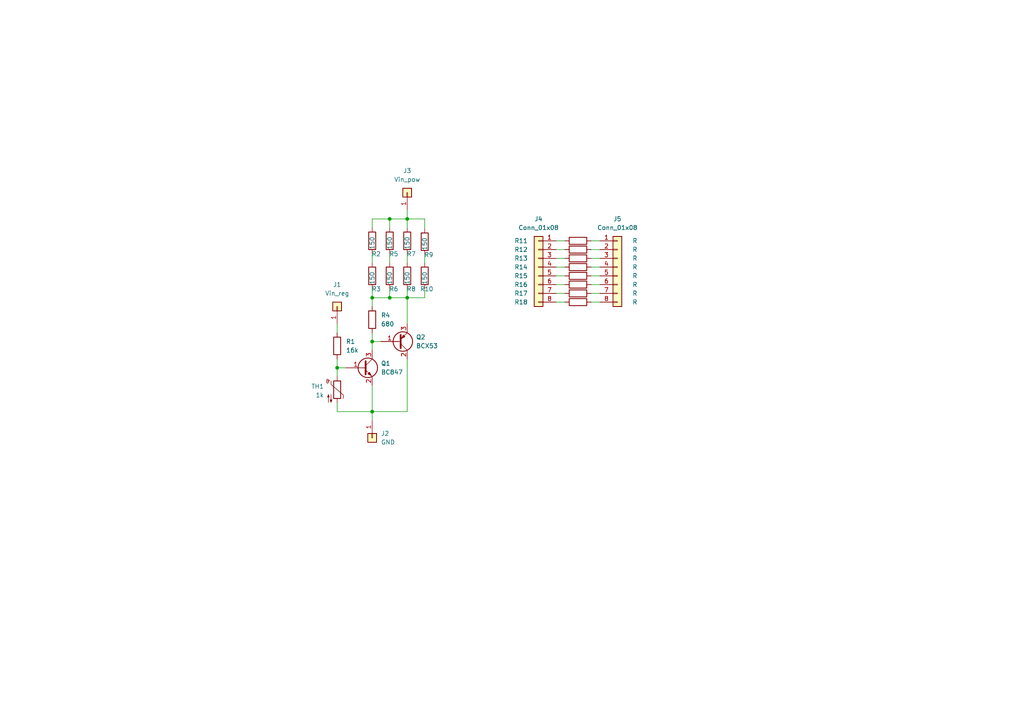
<source format=kicad_sch>
(kicad_sch (version 20211123) (generator eeschema)
  (paper "A4")
  (lib_symbols
    (symbol "Connector_Generic:Conn_01x01" (pin_names (offset 1.016) hide)
      (property "Reference" "J" (at 0 2.54 0))
      (property "Value" "Conn_01x01" (at 0 -2.54 0))
      (symbol "Conn_01x01_1_1"
        (rectangle (start -1.27 0.127) (end 0 -0.127) (stroke (width 0.1524)))
        (rectangle (start -1.27 1.27) (end 1.27 -1.27) (stroke (width 0.254)) (fill (type background)))
        (pin passive line (at -5.08 0 0) (length 3.81) (name "Pin_1") (number "1"))
      )
    )
    (symbol "Connector_Generic:Conn_01x08" (pin_names (offset 1.016) hide)
      (property "Reference" "J" (at 0 10.16 0))
      (property "Value" "Conn_01x08" (at 0 -12.7 0))
      (symbol "Conn_01x08_1_1"
        (rectangle (start -1.27 -10.033) (end 0 -10.287) (stroke (width 0.1524)))
        (rectangle (start -1.27 -7.493) (end 0 -7.747) (stroke (width 0.1524)))
        (rectangle (start -1.27 -4.953) (end 0 -5.207) (stroke (width 0.1524)))
        (rectangle (start -1.27 -2.413) (end 0 -2.667) (stroke (width 0.1524)))
        (rectangle (start -1.27 0.127) (end 0 -0.127) (stroke (width 0.1524)))
        (rectangle (start -1.27 2.667) (end 0 2.413) (stroke (width 0.1524)))
        (rectangle (start -1.27 5.207) (end 0 4.953) (stroke (width 0.1524)))
        (rectangle (start -1.27 7.747) (end 0 7.493) (stroke (width 0.1524)))
        (rectangle (start -1.27 8.89) (end 1.27 -11.43) (stroke (width 0.254)) (fill (type background)))
        (pin passive line (at -5.08 7.62 0) (length 3.81) (name "Pin_1") (number "1"))
        (pin passive line (at -5.08 5.08 0) (length 3.81) (name "Pin_2") (number "2"))
        (pin passive line (at -5.08 2.54 0) (length 3.81) (name "Pin_3") (number "3"))
        (pin passive line (at -5.08 0 0) (length 3.81) (name "Pin_4") (number "4"))
        (pin passive line (at -5.08 -2.54 0) (length 3.81) (name "Pin_5") (number "5"))
        (pin passive line (at -5.08 -5.08 0) (length 3.81) (name "Pin_6") (number "6"))
        (pin passive line (at -5.08 -7.62 0) (length 3.81) (name "Pin_7") (number "7"))
        (pin passive line (at -5.08 -10.16 0) (length 3.81) (name "Pin_8") (number "8"))
      )
    )
    (symbol "Device:R" (pin_numbers hide) (pin_names (offset 0))
      (property "Reference" "R" (at 2.032 0 90))
      (property "Value" "R" (at 0 0 90))
      (symbol "R_0_1"
        (rectangle (start -1.016 -2.54) (end 1.016 2.54) (stroke (width 0.254)))
      )
      (symbol "R_1_1"
        (pin passive line (at 0 3.81 270) (length 1.27) (name "~") (number "1"))
        (pin passive line (at 0 -3.81 90) (length 1.27) (name "~") (number "2"))
      )
    )
    (symbol "Device:Thermistor_NTC" (pin_numbers hide) (pin_names (offset 0))
      (property "Reference" "TH" (at -4.445 0 90))
      (property "Value" "Thermistor_NTC" (at 3.175 0 90))
      (symbol "Thermistor_NTC_0_1"
        (arc (start -3.048 2.159) (mid -3.0495 2.3143) (end -3.175 2.413))
        (arc (start -3.048 2.159) (mid -2.9736 1.9794) (end -2.794 1.905))
        (arc (start -3.048 2.794) (mid -2.9736 2.6144) (end -2.794 2.54))
        (arc (start -2.794 1.905) (mid -2.6144 1.9794) (end -2.54 2.159))
        (arc (start -2.794 2.54) (mid -2.4393 2.5587) (end -2.159 2.794))
        (arc (start -2.794 3.048) (mid -2.9736 2.9736) (end -3.048 2.794))
        (arc (start -2.54 2.794) (mid -2.6144 2.9736) (end -2.794 3.048))
        (rectangle (start -1.016 2.54) (end 1.016 -2.54) (stroke (width 0.254)))
        (polyline (pts (xy -2.54 2.159) (xy -2.54 2.794)))
        (polyline (pts (xy -1.778 2.54) (xy -1.778 1.524) (xy 1.778 -1.524) (xy 1.778 -2.54)))
        (polyline (pts (xy -2.54 -3.683) (xy -2.54 -1.397) (xy -2.794 -2.159) (xy -2.286 -2.159) (xy -2.54 -1.397) (xy -2.54 -1.651)) (fill (type outline)))
        (polyline (pts (xy -1.778 -1.397) (xy -1.778 -3.683) (xy -2.032 -2.921) (xy -1.524 -2.921) (xy -1.778 -3.683) (xy -1.778 -3.429)) (fill (type outline)))
      )
      (symbol "Thermistor_NTC_1_1"
        (pin passive line (at 0 3.81 270) (length 1.27) (name "~") (number "1"))
        (pin passive line (at 0 -3.81 90) (length 1.27) (name "~") (number "2"))
      )
    )
    (symbol "Transistor_BJT:BC847" (pin_names (offset 0) hide)
      (property "Reference" "Q" (at 5.08 1.905 0))
      (property "Value" "BC847" (at 5.08 0 0))
      (symbol "BC847_0_1"
        (polyline (pts (xy 0.635 0.635) (xy 2.54 2.54)))
        (polyline (pts (xy 0.635 -0.635) (xy 2.54 -2.54) (xy 2.54 -2.54)))
        (polyline (pts (xy 0.635 1.905) (xy 0.635 -1.905) (xy 0.635 -1.905)) (stroke (width 0.508)))
        (polyline (pts (xy 1.27 -1.778) (xy 1.778 -1.27) (xy 2.286 -2.286) (xy 1.27 -1.778) (xy 1.27 -1.778)) (fill (type outline)))
        (circle (center 1.27 0) (radius 2.8194) (stroke (width 0.254)))
      )
      (symbol "BC847_1_1"
        (pin input line (at -5.08 0 0) (length 5.715) (name "B") (number "1"))
        (pin passive line (at 2.54 -5.08 90) (length 2.54) (name "E") (number "2"))
        (pin passive line (at 2.54 5.08 270) (length 2.54) (name "C") (number "3"))
      )
    )
    (symbol "Transistor_BJT:BCX53" (pin_names (offset 0) hide)
      (property "Reference" "Q" (at 5.08 1.905 0))
      (property "Value" "BCX53" (at 5.08 0 0))
      (symbol "BCX53_0_1"
        (polyline (pts (xy 0 0) (xy 0.635 0)))
        (polyline (pts (xy 2.54 -2.54) (xy 0.635 -0.635)))
        (polyline (pts (xy 2.54 2.54) (xy 0.635 0.635)))
        (polyline (pts (xy 0.635 1.905) (xy 0.635 -1.905) (xy 0.635 -1.905)) (stroke (width 0.508)) (fill (type outline)))
        (polyline (pts (xy 1.397 -1.905) (xy 1.905 -1.397) (xy 0.889 -0.889) (xy 1.397 -1.905) (xy 1.397 -1.905)) (fill (type outline)))
        (circle (center 1.27 0) (radius 2.8194) (stroke (width 0.254)))
      )
      (symbol "BCX53_1_1"
        (pin input line (at -5.08 0 0) (length 5.08) (name "B") (number "1"))
        (pin passive line (at 2.54 5.08 270) (length 2.54) (name "C") (number "2"))
        (pin passive line (at 2.54 -5.08 90) (length 2.54) (name "E") (number "3"))
      )
    )
  )
  (junction (at 118.11 86.36))
  (junction (at 97.79 106.68))
  (junction (at 107.95 99.06))
  (junction (at 107.95 119.38))
  (junction (at 113.03 63.5))
  (junction (at 118.11 63.5))
  (junction (at 113.03 86.36))
  (junction (at 107.95 86.36))
  (wire (pts (xy 107.95 63.5) (xy 107.95 66.04)))
  (wire (pts (xy 118.11 86.36) (xy 113.03 86.36)))
  (wire (pts (xy 171.45 85.09) (xy 173.99 85.09)))
  (wire (pts (xy 118.11 76.2) (xy 118.11 73.66)))
  (wire (pts (xy 163.83 82.55) (xy 161.29 82.55)))
  (wire (pts (xy 107.95 76.2) (xy 107.95 73.66)))
  (wire (pts (xy 97.79 106.68) (xy 100.33 106.68)))
  (wire (pts (xy 97.79 116.84) (xy 97.79 119.38)))
  (wire (pts (xy 171.45 87.63) (xy 173.99 87.63)))
  (wire (pts (xy 118.11 119.38) (xy 118.11 104.14)))
  (wire (pts (xy 123.19 63.5) (xy 123.19 66.2889)))
  (wire (pts (xy 107.95 101.6) (xy 107.95 99.06)))
  (wire (pts (xy 163.83 85.09) (xy 161.29 85.09)))
  (wire (pts (xy 163.83 74.93) (xy 161.29 74.93)))
  (wire (pts (xy 118.11 63.5) (xy 118.11 66.04)))
  (wire (pts (xy 123.19 86.36) (xy 123.19 83.82)))
  (wire (pts (xy 171.45 77.47) (xy 173.99 77.47)))
  (wire (pts (xy 163.83 72.39) (xy 161.29 72.39)))
  (wire (pts (xy 113.03 83.82) (xy 113.03 86.36)))
  (wire (pts (xy 163.83 69.85) (xy 161.29 69.85)))
  (wire (pts (xy 123.19 63.5) (xy 118.11 63.5)))
  (wire (pts (xy 171.45 82.55) (xy 173.99 82.55)))
  (wire (pts (xy 118.11 60.96) (xy 118.11 63.5)))
  (wire (pts (xy 163.83 87.63) (xy 161.29 87.63)))
  (wire (pts (xy 118.11 83.82) (xy 118.11 86.36)))
  (wire (pts (xy 107.95 121.92) (xy 107.95 119.38)))
  (wire (pts (xy 171.45 80.01) (xy 173.99 80.01)))
  (wire (pts (xy 107.95 119.38) (xy 118.11 119.38)))
  (wire (pts (xy 110.49 99.06) (xy 107.95 99.06)))
  (wire (pts (xy 123.19 73.9089) (xy 123.19 76.2)))
  (wire (pts (xy 113.03 76.2) (xy 113.03 73.66)))
  (wire (pts (xy 97.79 104.14) (xy 97.79 106.68)))
  (wire (pts (xy 171.45 69.85) (xy 173.99 69.85)))
  (wire (pts (xy 107.95 111.76) (xy 107.95 119.38)))
  (wire (pts (xy 113.03 86.36) (xy 107.95 86.36)))
  (wire (pts (xy 107.95 83.82) (xy 107.95 86.36)))
  (wire (pts (xy 163.83 80.01) (xy 161.29 80.01)))
  (wire (pts (xy 97.79 109.22) (xy 97.79 106.68)))
  (wire (pts (xy 171.45 72.39) (xy 173.99 72.39)))
  (wire (pts (xy 163.83 77.47) (xy 161.29 77.47)))
  (wire (pts (xy 113.03 63.5) (xy 107.95 63.5)))
  (wire (pts (xy 107.95 99.06) (xy 107.95 96.52)))
  (wire (pts (xy 97.79 93.98) (xy 97.79 96.52)))
  (wire (pts (xy 118.11 93.98) (xy 118.11 86.36)))
  (wire (pts (xy 107.95 86.36) (xy 107.95 88.9)))
  (wire (pts (xy 97.79 119.38) (xy 107.95 119.38)))
  (wire (pts (xy 171.45 74.93) (xy 173.99 74.93)))
  (wire (pts (xy 118.11 63.5) (xy 113.03 63.5)))
  (wire (pts (xy 113.03 63.5) (xy 113.03 66.04)))
  (wire (pts (xy 118.11 86.36) (xy 123.19 86.36)))
  (symbol (lib_id "Device:R") (at 167.64 69.85 90) (unit 1)
    (property "Reference" "R11" (at 151.13 69.85 90))
    (property "Value" "R" (at 184.15 69.85 90))
    (property "Footprint" "Resistor_SMD:R_1206_3216Metric" (effects hide))
  )
  (symbol (lib_id "Connector_Generic:Conn_01x01") (at 107.95 127 270) (unit 1)
    (property "Reference" "J2" (at 110.49 125.7299 90) (effects (justify left)))
    (property "Value" "GND" (at 110.49 128.2699 90) (effects (justify left)))
    (property "Footprint" "Connector_Wire:SolderWirePad_1x01_SMD_1x2mm" (effects hide))
  )
  (symbol (lib_id "Device:R") (at 167.64 74.93 90) (unit 1)
    (property "Reference" "R13" (at 151.13 74.93 90))
    (property "Value" "R" (at 184.15 74.93 90))
    (property "Footprint" "Resistor_SMD:R_1206_3216Metric" (effects hide))
  )
  (symbol (lib_id "Device:R") (at 97.79 100.33 0) (unit 1)
    (property "Reference" "R1" (at 100.33 99.0599 0) (effects (justify left)))
    (property "Value" "16k" (at 100.33 101.5999 0) (effects (justify left)))
    (property "Footprint" "Resistor_SMD:R_0805_2012Metric" (effects hide))
  )
  (symbol (lib_id "Connector_Generic:Conn_01x01") (at 118.11 55.88 90) (unit 1)
    (property "Reference" "J3" (at 118.11 49.53 90))
    (property "Value" "Vin_pow" (at 118.11 52.07 90))
    (property "Footprint" "Connector_Wire:SolderWirePad_1x01_SMD_1x2mm" (effects hide))
  )
  (symbol (lib_id "Device:R") (at 167.64 85.09 90) (unit 1)
    (property "Reference" "R17" (at 151.13 85.09 90))
    (property "Value" "R" (at 184.15 85.09 90))
    (property "Footprint" "Resistor_SMD:R_1206_3216Metric" (effects hide))
  )
  (symbol (lib_id "Device:R") (at 118.11 80.01 0) (unit 1)
    (property "Reference" "R8" (at 120.65 83.82 0) (effects (justify right)))
    (property "Value" "150" (at 118.11 78.74 90) (effects (justify right)))
    (property "Footprint" "Resistor_SMD:R_1206_3216Metric" (effects hide))
  )
  (symbol (lib_id "Device:R") (at 167.64 80.01 90) (unit 1)
    (property "Reference" "R15" (at 151.13 80.01 90))
    (property "Value" "R" (at 184.15 80.01 90))
    (property "Footprint" "Resistor_SMD:R_1206_3216Metric" (effects hide))
  )
  (symbol (lib_id "Device:R") (at 167.64 82.55 90) (unit 1)
    (property "Reference" "R16" (at 151.13 82.55 90))
    (property "Value" "R" (at 184.15 82.55 90))
    (property "Footprint" "Resistor_SMD:R_1206_3216Metric" (effects hide))
  )
  (symbol (lib_id "Device:R") (at 167.64 87.63 90) (unit 1)
    (property "Reference" "R18" (at 151.13 87.63 90))
    (property "Value" "R" (at 184.15 87.63 90))
    (property "Footprint" "Resistor_SMD:R_1206_3216Metric" (effects hide))
  )
  (symbol (lib_id "Device:R") (at 113.03 80.01 0) (unit 1)
    (property "Reference" "R6" (at 115.57 83.82 0) (effects (justify right)))
    (property "Value" "150" (at 113.03 78.74 90) (effects (justify right)))
    (property "Footprint" "Resistor_SMD:R_1206_3216Metric" (effects hide))
  )
  (symbol (lib_id "Device:R") (at 123.19 80.01 0) (unit 1)
    (property "Reference" "R10" (at 125.73 83.82 0) (effects (justify right)))
    (property "Value" "150" (at 123.19 78.74 90) (effects (justify right)))
    (property "Footprint" "Resistor_SMD:R_1206_3216Metric" (effects hide))
  )
  (symbol (lib_id "Device:R") (at 107.95 69.85 0) (unit 1)
    (property "Reference" "R2" (at 110.49 73.66 0) (effects (justify right)))
    (property "Value" "150" (at 107.95 68.58 90) (effects (justify right)))
    (property "Footprint" "Resistor_SMD:R_1206_3216Metric" (effects hide))
  )
  (symbol (lib_id "Device:R") (at 113.03 69.85 0) (unit 1)
    (property "Reference" "R5" (at 115.57 73.66 0) (effects (justify right)))
    (property "Value" "150" (at 113.03 68.58 90) (effects (justify right)))
    (property "Footprint" "Resistor_SMD:R_1206_3216Metric" (effects hide))
  )
  (symbol (lib_id "Device:R") (at 123.19 70.0989 0) (unit 1)
    (property "Reference" "R9" (at 125.73 73.9089 0) (effects (justify right)))
    (property "Value" "150" (at 123.19 68.8289 90) (effects (justify right)))
    (property "Footprint" "Resistor_SMD:R_1206_3216Metric" (effects hide))
  )
  (symbol (lib_id "Device:R") (at 107.95 80.01 0) (unit 1)
    (property "Reference" "R3" (at 110.49 83.82 0) (effects (justify right)))
    (property "Value" "150" (at 107.95 78.74 90) (effects (justify right)))
    (property "Footprint" "Resistor_SMD:R_1206_3216Metric" (effects hide))
  )
  (symbol (lib_id "Device:Thermistor_NTC") (at 97.79 113.03 0) (unit 1)
    (property "Reference" "TH1" (at 93.98 112.0774 0) (effects (justify right)))
    (property "Value" "1k" (at 93.98 114.6174 0) (effects (justify right)))
    (property "Footprint" "Resistor_SMD:R_0805_2012Metric" (effects hide))
  )
  (symbol (lib_id "Connector_Generic:Conn_01x08") (at 156.21 77.47 0) (mirror y) (unit 1)
    (property "Reference" "J4" (at 156.21 63.5 0))
    (property "Value" "Conn_01x08" (at 156.21 66.04 0))
    (property "Footprint" "Connector_PinHeader_2.54mm:PinHeader_1x08_P2.54mm_Vertical_SMD_Pin1Left" (effects hide))
  )
  (symbol (lib_id "Connector_Generic:Conn_01x08") (at 179.07 77.47 0) (unit 1)
    (property "Reference" "J5" (at 179.07 63.5 0))
    (property "Value" "Conn_01x08" (at 179.07 66.04 0))
    (property "Footprint" "Connector_PinHeader_2.54mm:PinHeader_1x08_P2.54mm_Vertical_SMD_Pin1Left" (effects hide))
  )
  (symbol (lib_id "Transistor_BJT:BCX53") (at 115.57 99.06 0) (mirror x) (unit 1)
    (property "Reference" "Q2" (at 120.65 97.7899 0) (effects (justify left)))
    (property "Value" "BCX53" (at 120.65 100.3299 0) (effects (justify left)))
    (property "Footprint" "Package_TO_SOT_SMD:SOT-89-3" (effects hide))
    (property "Datasheet" "http://www.infineon.com/dgdl/bcx51_bcx52_bcx53.pdf" (effects hide))
  )
  (symbol (lib_id "Connector_Generic:Conn_01x01") (at 97.79 88.9 90) (unit 1)
    (property "Reference" "J1" (at 97.79 82.55 90))
    (property "Value" "Vin_reg" (at 97.79 85.09 90))
    (property "Footprint" "Connector_Wire:SolderWirePad_1x01_SMD_1x2mm" (effects hide))
  )
  (symbol (lib_id "Device:R") (at 107.95 92.71 0) (unit 1)
    (property "Reference" "R4" (at 110.49 91.4399 0) (effects (justify left)))
    (property "Value" "680" (at 110.49 93.9799 0) (effects (justify left)))
    (property "Footprint" "Resistor_SMD:R_0805_2012Metric" (effects hide))
  )
  (symbol (lib_id "Device:R") (at 118.11 69.85 0) (unit 1)
    (property "Reference" "R7" (at 120.65 73.66 0) (effects (justify right)))
    (property "Value" "150" (at 118.11 68.58 90) (effects (justify right)))
    (property "Footprint" "Resistor_SMD:R_1206_3216Metric" (effects hide))
  )
  (symbol (lib_id "Device:R") (at 167.64 77.47 90) (unit 1)
    (property "Reference" "R14" (at 151.13 77.47 90))
    (property "Value" "R" (at 184.15 77.47 90))
    (property "Footprint" "Resistor_SMD:R_1206_3216Metric" (effects hide))
  )
  (symbol (lib_id "Transistor_BJT:BC847") (at 105.41 106.68 0) (unit 1)
    (property "Reference" "Q1" (at 110.49 105.4099 0) (effects (justify left)))
    (property "Value" "BC847" (at 110.49 107.9499 0) (effects (justify left)))
    (property "Footprint" "Package_TO_SOT_SMD:SOT-23" (effects hide))
    (property "Datasheet" "http://www.infineon.com/dgdl/Infineon-BC847SERIES_BC848SERIES_BC849SERIES_BC850SERIES-DS-v01_01-en.pdf?fileId=db3a304314dca389011541d4630a1657" (effects hide))
  )
  (symbol (lib_id "Device:R") (at 167.64 72.39 90) (unit 1)
    (property "Reference" "R12" (at 151.13 72.39 90))
    (property "Value" "R" (at 184.15 72.39 90))
    (property "Footprint" "Resistor_SMD:R_1206_3216Metric" (effects hide))
  )
)
</source>
